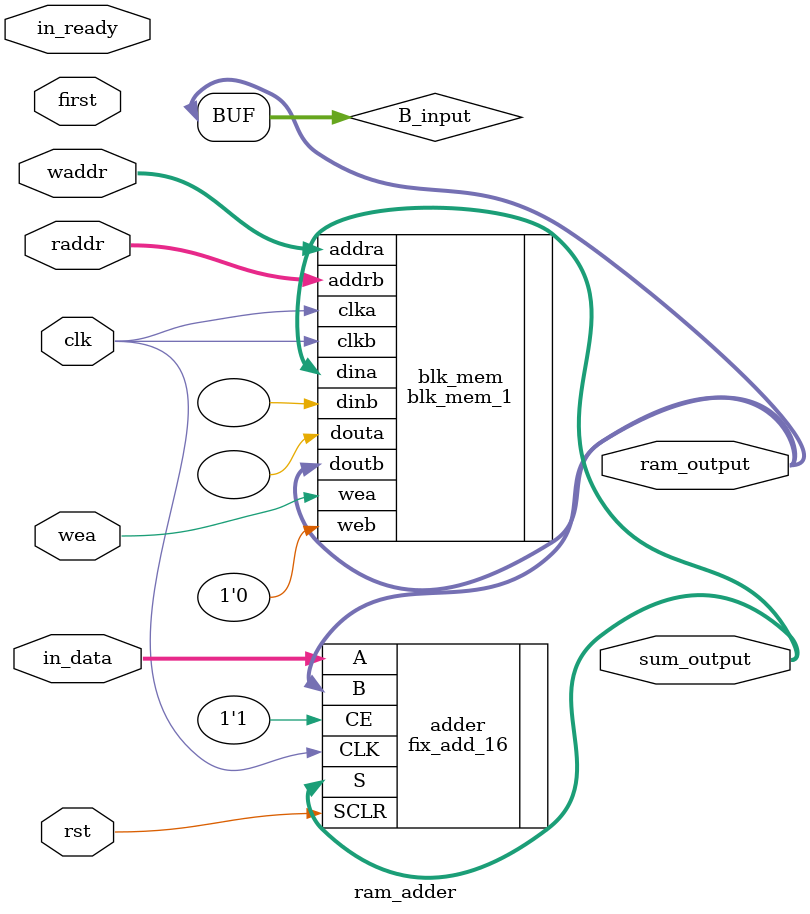
<source format=v>
`timescale 1ns / 1ps

module ram_adder(
    input wire clk,           // Clock signal
    input wire rst,         // Rst signal
    input wire [15:0] in_data,// Input data to be added
    input wire in_ready,      // Signal indicating if input data is ready
    input wire wea,
    input wire first,
    input wire [5:0] waddr,
    input wire [5:0] raddr,
    output wire [15:0] ram_output,  // Output data from the memory (not used in this specific module)
    output wire [15:0] sum_output
);

    wire [15:0] B_input;
    assign B_input = ram_output;// (!in_ready|first)? 15'b0 : ram_output;
    // Instance of the fixed-point adder
    fix_add_16 adder (
        .A(in_data),
        .B(B_input),
        .CLK(clk),
        .CE(1'b1),
        .SCLR(rst),
        .S(sum_output)
    );

    // blk_mem_1 blk_mem (
    // .clka(clk),    // input wire clka
    // .wea(wea),      // input wire [0 : 0] wea
    // .addra(waddr),  // input wire [5 : 0] addra
    // .dina(sum_output),    // input wire [15 : 0] dina
    // .clkb(clk),    // input wire clkb
    // .addrb(raddr),  // input wire [5 : 0] addrb
    // .doutb(ram_output)  // output wire [15 : 0] doutb
    // );


    blk_mem_1 blk_mem (
    .clka(clk),    // input wire clka
    .wea(wea),      // input wire [0 : 0] wea
    .addra(waddr),  // input wire [5 : 0] addra
    .dina(sum_output),    // input wire [15 : 0] dina
    .douta(),  // output wire [15 : 0] douta
    .clkb(clk),    // input wire clkb
    .web(1'b0),      // input wire [0 : 0] web
    .addrb(raddr),  // input wire [5 : 0] addrb
    .dinb(),    // input wire [15 : 0] dinb
    .doutb(ram_output)  // output wire [15 : 0] doutb
    );

endmodule
</source>
